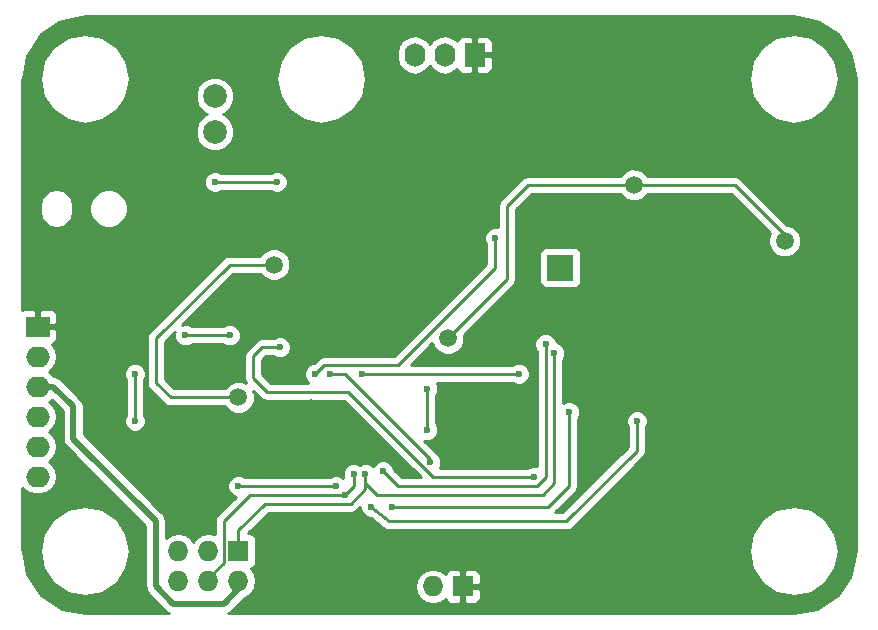
<source format=gbr>
G04 #@! TF.FileFunction,Copper,L2,Bot,Signal*
%FSLAX46Y46*%
G04 Gerber Fmt 4.6, Leading zero omitted, Abs format (unit mm)*
G04 Created by KiCad (PCBNEW 4.0.2-4+6225~38~ubuntu14.04.1-stable) date Tue 29 Mar 2016 01:16:37 BST*
%MOMM*%
G01*
G04 APERTURE LIST*
%ADD10C,0.100000*%
%ADD11R,1.727200X1.727200*%
%ADD12O,1.727200X1.727200*%
%ADD13R,2.000000X1.727200*%
%ADD14O,2.000000X1.750000*%
%ADD15R,1.750000X2.000000*%
%ADD16O,1.750000X2.000000*%
%ADD17R,2.235200X2.235200*%
%ADD18C,2.000000*%
%ADD19C,1.500000*%
%ADD20C,0.600000*%
%ADD21C,0.500000*%
%ADD22C,0.250000*%
%ADD23C,0.254000*%
G04 APERTURE END LIST*
D10*
D11*
X76000000Y-178000000D03*
D12*
X73460000Y-178000000D03*
D13*
X40000000Y-156000000D03*
D14*
X40000000Y-158540000D03*
X40000000Y-161080000D03*
X40000000Y-163620000D03*
X40000000Y-166160000D03*
X40000000Y-168700000D03*
D11*
X57000000Y-175000000D03*
D12*
X57000000Y-177540000D03*
X54460000Y-175000000D03*
X54460000Y-177540000D03*
X51920000Y-175000000D03*
X51920000Y-177540000D03*
D15*
X77000000Y-133000000D03*
D16*
X74460000Y-133000000D03*
X71920000Y-133000000D03*
D17*
X84250000Y-151000000D03*
D18*
X55000000Y-136500000D03*
X55000000Y-139500000D03*
D19*
X63150000Y-162900000D03*
X66250000Y-163750000D03*
X48250000Y-178500000D03*
X72250000Y-145750000D03*
X75250000Y-161500000D03*
X83000000Y-155000000D03*
X87000000Y-146000000D03*
X51000000Y-164000000D03*
D20*
X48250000Y-160000000D03*
X48250000Y-164000000D03*
D19*
X57000000Y-162000000D03*
X60000000Y-150750000D03*
X74750000Y-157000000D03*
X90500000Y-144000000D03*
X103250000Y-148750000D03*
D20*
X55000000Y-143750000D03*
X60250000Y-143750000D03*
X64750000Y-160000000D03*
X73250000Y-167500000D03*
X78750000Y-148500000D03*
X63500000Y-160000000D03*
X67500000Y-160000000D03*
X80750000Y-160000000D03*
X70000000Y-171250000D03*
X85000000Y-163250000D03*
X90750000Y-164000000D03*
X68250000Y-171250000D03*
X66000000Y-170250000D03*
X66750000Y-168500000D03*
X83750000Y-158250000D03*
X67750000Y-168500000D03*
X57000000Y-169500000D03*
X65250000Y-169500000D03*
X69250000Y-168250000D03*
X83000000Y-157500000D03*
X73000000Y-161250000D03*
X73000000Y-164750000D03*
X56250000Y-156750000D03*
X52500000Y-156750000D03*
X60500000Y-157750000D03*
X82000000Y-168750000D03*
D21*
X50000000Y-172500000D02*
X43000000Y-165500000D01*
X41330000Y-161080000D02*
X40000000Y-161080000D01*
X43000000Y-162750000D02*
X41330000Y-161080000D01*
X43000000Y-165500000D02*
X43000000Y-162750000D01*
X57000000Y-178250000D02*
X55750000Y-179500000D01*
X55750000Y-179500000D02*
X51500000Y-179500000D01*
X51500000Y-179500000D02*
X50000000Y-178000000D01*
X50000000Y-178000000D02*
X50000000Y-172500000D01*
X50000000Y-172500000D02*
X50000000Y-172450000D01*
X57000000Y-177540000D02*
X57000000Y-178250000D01*
D22*
X65500000Y-163000000D02*
X63500000Y-163000000D01*
X63150000Y-162900000D02*
X63250000Y-163000000D01*
X63250000Y-163000000D02*
X63500000Y-163000000D01*
X66250000Y-163750000D02*
X65500000Y-163000000D01*
X48250000Y-164000000D02*
X48250000Y-160000000D01*
X57000000Y-162000000D02*
X51250000Y-162000000D01*
X51250000Y-162000000D02*
X50000000Y-160750000D01*
X50000000Y-160750000D02*
X50000000Y-157000000D01*
X50000000Y-157000000D02*
X56250000Y-150750000D01*
X56250000Y-150750000D02*
X60000000Y-150750000D01*
X81500000Y-144000000D02*
X90500000Y-144000000D01*
X79750000Y-145750000D02*
X81500000Y-144000000D01*
X79750000Y-152000000D02*
X79750000Y-145750000D01*
X74750000Y-157000000D02*
X79750000Y-152000000D01*
X90500000Y-144000000D02*
X99000000Y-144000000D01*
X99000000Y-144000000D02*
X103250000Y-148250000D01*
X103250000Y-148250000D02*
X103250000Y-148750000D01*
X60250000Y-143750000D02*
X55000000Y-143750000D01*
X66250000Y-160250000D02*
X73250000Y-167250000D01*
X73250000Y-167250000D02*
X73250000Y-167500000D01*
X66000000Y-160000000D02*
X66250000Y-160250000D01*
X64750000Y-160000000D02*
X66000000Y-160000000D01*
X78750000Y-148500000D02*
X78750000Y-151000000D01*
X78750000Y-151000000D02*
X70500000Y-159250000D01*
X64250000Y-159250000D02*
X70500000Y-159250000D01*
X63500000Y-160000000D02*
X64250000Y-159250000D01*
X67500000Y-160000000D02*
X80750000Y-160000000D01*
X83250000Y-171250000D02*
X70000000Y-171250000D01*
X85000000Y-169500000D02*
X83250000Y-171250000D01*
X85000000Y-163250000D02*
X85000000Y-169500000D01*
X68250000Y-171250000D02*
X69750000Y-172500000D01*
X69750000Y-172500000D02*
X84750000Y-172500000D01*
X84750000Y-172500000D02*
X90750000Y-166500000D01*
X90750000Y-166500000D02*
X90750000Y-164000000D01*
X54460000Y-177540000D02*
X54460000Y-177290000D01*
X54460000Y-177290000D02*
X55750000Y-176000000D01*
X58000000Y-170250000D02*
X66000000Y-170250000D01*
X55750000Y-172500000D02*
X58000000Y-170250000D01*
X55750000Y-176000000D02*
X55750000Y-172500000D01*
X66000000Y-170250000D02*
X66750000Y-169500000D01*
X66750000Y-169500000D02*
X66750000Y-168500000D01*
X67750000Y-169250000D02*
X68750000Y-170250000D01*
X68750000Y-170250000D02*
X82750000Y-170250000D01*
X82750000Y-170250000D02*
X83750000Y-169250000D01*
X83750000Y-169250000D02*
X83750000Y-158250000D01*
X67750000Y-169250000D02*
X67750000Y-168500000D01*
X57000000Y-175000000D02*
X57000000Y-173250000D01*
X57000000Y-173250000D02*
X59250000Y-171000000D01*
X59250000Y-171000000D02*
X66500000Y-171000000D01*
X66500000Y-171000000D02*
X67750000Y-169750000D01*
X67750000Y-169750000D02*
X67750000Y-168500000D01*
X65250000Y-169500000D02*
X57000000Y-169500000D01*
X83000000Y-168750000D02*
X83000000Y-157500000D01*
X82250000Y-169500000D02*
X83000000Y-168750000D01*
X70500000Y-169500000D02*
X82250000Y-169500000D01*
X70500000Y-169500000D02*
X69250000Y-168250000D01*
X73000000Y-164750000D02*
X73000000Y-161250000D01*
X52500000Y-156750000D02*
X56250000Y-156750000D01*
X73500000Y-168750000D02*
X82000000Y-168750000D01*
X58250000Y-158500000D02*
X59000000Y-157750000D01*
X59000000Y-157750000D02*
X60500000Y-157750000D01*
X66250000Y-161500000D02*
X73500000Y-168750000D01*
X59400000Y-161500000D02*
X66250000Y-161500000D01*
X58250000Y-160350000D02*
X59400000Y-161500000D01*
X58250000Y-159750000D02*
X58250000Y-160350000D01*
X58250000Y-159750000D02*
X58250000Y-158500000D01*
D23*
G36*
X42115000Y-163116579D02*
X42115000Y-165499995D01*
X42114999Y-165500000D01*
X42151831Y-165685162D01*
X42182367Y-165838675D01*
X42265170Y-165962599D01*
X42374210Y-166125790D01*
X49115000Y-172866579D01*
X49115000Y-177999995D01*
X49114999Y-178000000D01*
X49143414Y-178142848D01*
X49182367Y-178338675D01*
X49321086Y-178546284D01*
X49374210Y-178625790D01*
X50874208Y-180125787D01*
X50874210Y-180125790D01*
X51119969Y-180290000D01*
X44069931Y-180290000D01*
X42067273Y-179891646D01*
X41826340Y-179771180D01*
X40269241Y-178730760D01*
X39228819Y-177173658D01*
X39108353Y-176932725D01*
X38723911Y-175000000D01*
X40190000Y-175000000D01*
X40480019Y-176458024D01*
X41305923Y-177694077D01*
X42541976Y-178519981D01*
X44000000Y-178810000D01*
X45458024Y-178519981D01*
X46694077Y-177694077D01*
X47519981Y-176458024D01*
X47810000Y-175000000D01*
X47519981Y-173541976D01*
X46694077Y-172305923D01*
X45458024Y-171480019D01*
X44000000Y-171190000D01*
X42541976Y-171480019D01*
X41305923Y-172305923D01*
X40480019Y-173541976D01*
X40190000Y-175000000D01*
X38723911Y-175000000D01*
X38710000Y-174930069D01*
X38710000Y-169670097D01*
X38775237Y-169767731D01*
X39265116Y-170095058D01*
X39842968Y-170210000D01*
X40157032Y-170210000D01*
X40734884Y-170095058D01*
X41224763Y-169767731D01*
X41552090Y-169277852D01*
X41667032Y-168700000D01*
X41552090Y-168122148D01*
X41224763Y-167632269D01*
X40922046Y-167430000D01*
X41224763Y-167227731D01*
X41552090Y-166737852D01*
X41667032Y-166160000D01*
X41552090Y-165582148D01*
X41224763Y-165092269D01*
X40922046Y-164890000D01*
X41224763Y-164687731D01*
X41552090Y-164197852D01*
X41667032Y-163620000D01*
X41552090Y-163042148D01*
X41224763Y-162552269D01*
X40922046Y-162350000D01*
X41177639Y-162179218D01*
X42115000Y-163116579D01*
X42115000Y-163116579D01*
G37*
X42115000Y-163116579D02*
X42115000Y-165499995D01*
X42114999Y-165500000D01*
X42151831Y-165685162D01*
X42182367Y-165838675D01*
X42265170Y-165962599D01*
X42374210Y-166125790D01*
X49115000Y-172866579D01*
X49115000Y-177999995D01*
X49114999Y-178000000D01*
X49143414Y-178142848D01*
X49182367Y-178338675D01*
X49321086Y-178546284D01*
X49374210Y-178625790D01*
X50874208Y-180125787D01*
X50874210Y-180125790D01*
X51119969Y-180290000D01*
X44069931Y-180290000D01*
X42067273Y-179891646D01*
X41826340Y-179771180D01*
X40269241Y-178730760D01*
X39228819Y-177173658D01*
X39108353Y-176932725D01*
X38723911Y-175000000D01*
X40190000Y-175000000D01*
X40480019Y-176458024D01*
X41305923Y-177694077D01*
X42541976Y-178519981D01*
X44000000Y-178810000D01*
X45458024Y-178519981D01*
X46694077Y-177694077D01*
X47519981Y-176458024D01*
X47810000Y-175000000D01*
X47519981Y-173541976D01*
X46694077Y-172305923D01*
X45458024Y-171480019D01*
X44000000Y-171190000D01*
X42541976Y-171480019D01*
X41305923Y-172305923D01*
X40480019Y-173541976D01*
X40190000Y-175000000D01*
X38723911Y-175000000D01*
X38710000Y-174930069D01*
X38710000Y-169670097D01*
X38775237Y-169767731D01*
X39265116Y-170095058D01*
X39842968Y-170210000D01*
X40157032Y-170210000D01*
X40734884Y-170095058D01*
X41224763Y-169767731D01*
X41552090Y-169277852D01*
X41667032Y-168700000D01*
X41552090Y-168122148D01*
X41224763Y-167632269D01*
X40922046Y-167430000D01*
X41224763Y-167227731D01*
X41552090Y-166737852D01*
X41667032Y-166160000D01*
X41552090Y-165582148D01*
X41224763Y-165092269D01*
X40922046Y-164890000D01*
X41224763Y-164687731D01*
X41552090Y-164197852D01*
X41667032Y-163620000D01*
X41552090Y-163042148D01*
X41224763Y-162552269D01*
X40922046Y-162350000D01*
X41177639Y-162179218D01*
X42115000Y-163116579D01*
G36*
X105932725Y-130108353D02*
X106173658Y-130228819D01*
X107730760Y-131269241D01*
X108771180Y-132826340D01*
X108891646Y-133067273D01*
X109290000Y-135069931D01*
X109290000Y-174930069D01*
X108891646Y-176932727D01*
X108771180Y-177173660D01*
X107730760Y-178730759D01*
X106019072Y-179874472D01*
X103930069Y-180290000D01*
X56130031Y-180290000D01*
X56375790Y-180125790D01*
X56375791Y-180125789D01*
X57541289Y-178960290D01*
X57573489Y-178953885D01*
X58059670Y-178629029D01*
X58384526Y-178142848D01*
X58412940Y-178000000D01*
X71932041Y-178000000D01*
X72046115Y-178573489D01*
X72370971Y-179059670D01*
X72857152Y-179384526D01*
X73430641Y-179498600D01*
X73489359Y-179498600D01*
X74062848Y-179384526D01*
X74534356Y-179069474D01*
X74598073Y-179223299D01*
X74776702Y-179401927D01*
X75010091Y-179498600D01*
X75714250Y-179498600D01*
X75873000Y-179339850D01*
X75873000Y-178127000D01*
X76127000Y-178127000D01*
X76127000Y-179339850D01*
X76285750Y-179498600D01*
X76989909Y-179498600D01*
X77223298Y-179401927D01*
X77401927Y-179223299D01*
X77498600Y-178989910D01*
X77498600Y-178285750D01*
X77339850Y-178127000D01*
X76127000Y-178127000D01*
X75873000Y-178127000D01*
X75853000Y-178127000D01*
X75853000Y-177873000D01*
X75873000Y-177873000D01*
X75873000Y-176660150D01*
X76127000Y-176660150D01*
X76127000Y-177873000D01*
X77339850Y-177873000D01*
X77498600Y-177714250D01*
X77498600Y-177010090D01*
X77401927Y-176776701D01*
X77223298Y-176598073D01*
X76989909Y-176501400D01*
X76285750Y-176501400D01*
X76127000Y-176660150D01*
X75873000Y-176660150D01*
X75714250Y-176501400D01*
X75010091Y-176501400D01*
X74776702Y-176598073D01*
X74598073Y-176776701D01*
X74534356Y-176930526D01*
X74062848Y-176615474D01*
X73489359Y-176501400D01*
X73430641Y-176501400D01*
X72857152Y-176615474D01*
X72370971Y-176940330D01*
X72046115Y-177426511D01*
X71932041Y-178000000D01*
X58412940Y-178000000D01*
X58498600Y-177569359D01*
X58498600Y-177510641D01*
X58384526Y-176937152D01*
X58073426Y-176471558D01*
X58098917Y-176466762D01*
X58315041Y-176327690D01*
X58460031Y-176115490D01*
X58511040Y-175863600D01*
X58511040Y-175000000D01*
X100190000Y-175000000D01*
X100480019Y-176458024D01*
X101305923Y-177694077D01*
X102541976Y-178519981D01*
X104000000Y-178810000D01*
X105458024Y-178519981D01*
X106694077Y-177694077D01*
X107519981Y-176458024D01*
X107810000Y-175000000D01*
X107519981Y-173541976D01*
X106694077Y-172305923D01*
X105458024Y-171480019D01*
X104000000Y-171190000D01*
X102541976Y-171480019D01*
X101305923Y-172305923D01*
X100480019Y-173541976D01*
X100190000Y-175000000D01*
X58511040Y-175000000D01*
X58511040Y-174136400D01*
X58466762Y-173901083D01*
X58327690Y-173684959D01*
X58115490Y-173539969D01*
X57863600Y-173488960D01*
X57835842Y-173488960D01*
X59564802Y-171760000D01*
X66500000Y-171760000D01*
X66790839Y-171702148D01*
X67037401Y-171537401D01*
X67314991Y-171259811D01*
X67314838Y-171435167D01*
X67456883Y-171778943D01*
X67719673Y-172042192D01*
X68063201Y-172184838D01*
X68184775Y-172184944D01*
X69263460Y-173083848D01*
X69363994Y-173138559D01*
X69459161Y-173202148D01*
X69493328Y-173208944D01*
X69523924Y-173225595D01*
X69637734Y-173237669D01*
X69750000Y-173260000D01*
X84750000Y-173260000D01*
X85040839Y-173202148D01*
X85287401Y-173037401D01*
X91287401Y-167037401D01*
X91452148Y-166790840D01*
X91510000Y-166500000D01*
X91510000Y-164562463D01*
X91542192Y-164530327D01*
X91684838Y-164186799D01*
X91685162Y-163814833D01*
X91543117Y-163471057D01*
X91280327Y-163207808D01*
X90936799Y-163065162D01*
X90564833Y-163064838D01*
X90221057Y-163206883D01*
X89957808Y-163469673D01*
X89815162Y-163813201D01*
X89814838Y-164185167D01*
X89956883Y-164528943D01*
X89990000Y-164562118D01*
X89990000Y-166185198D01*
X84435198Y-171740000D01*
X83834802Y-171740000D01*
X85537401Y-170037401D01*
X85702148Y-169790839D01*
X85760000Y-169500000D01*
X85760000Y-163812463D01*
X85792192Y-163780327D01*
X85934838Y-163436799D01*
X85935162Y-163064833D01*
X85793117Y-162721057D01*
X85530327Y-162457808D01*
X85186799Y-162315162D01*
X84814833Y-162314838D01*
X84510000Y-162440792D01*
X84510000Y-158812463D01*
X84542192Y-158780327D01*
X84684838Y-158436799D01*
X84685162Y-158064833D01*
X84543117Y-157721057D01*
X84280327Y-157457808D01*
X83936799Y-157315162D01*
X83935162Y-157315161D01*
X83935162Y-157314833D01*
X83793117Y-156971057D01*
X83530327Y-156707808D01*
X83186799Y-156565162D01*
X82814833Y-156564838D01*
X82471057Y-156706883D01*
X82207808Y-156969673D01*
X82065162Y-157313201D01*
X82064838Y-157685167D01*
X82206883Y-158028943D01*
X82240000Y-158062118D01*
X82240000Y-167837253D01*
X82186799Y-167815162D01*
X81814833Y-167814838D01*
X81471057Y-167956883D01*
X81437882Y-167990000D01*
X74058937Y-167990000D01*
X74184838Y-167686799D01*
X74185162Y-167314833D01*
X74043117Y-166971057D01*
X73792039Y-166719541D01*
X73787401Y-166712599D01*
X72721606Y-165646804D01*
X72813201Y-165684838D01*
X73185167Y-165685162D01*
X73528943Y-165543117D01*
X73792192Y-165280327D01*
X73934838Y-164936799D01*
X73935162Y-164564833D01*
X73793117Y-164221057D01*
X73760000Y-164187882D01*
X73760000Y-161812463D01*
X73792192Y-161780327D01*
X73934838Y-161436799D01*
X73935162Y-161064833D01*
X73809208Y-160760000D01*
X80187537Y-160760000D01*
X80219673Y-160792192D01*
X80563201Y-160934838D01*
X80935167Y-160935162D01*
X81278943Y-160793117D01*
X81542192Y-160530327D01*
X81684838Y-160186799D01*
X81685162Y-159814833D01*
X81543117Y-159471057D01*
X81280327Y-159207808D01*
X80936799Y-159065162D01*
X80564833Y-159064838D01*
X80221057Y-159206883D01*
X80187882Y-159240000D01*
X71584802Y-159240000D01*
X73419072Y-157405730D01*
X73575169Y-157783515D01*
X73964436Y-158173461D01*
X74473298Y-158384759D01*
X75024285Y-158385240D01*
X75533515Y-158174831D01*
X75923461Y-157785564D01*
X76134759Y-157276702D01*
X76135240Y-156725715D01*
X76124670Y-156700132D01*
X80287401Y-152537401D01*
X80452148Y-152290839D01*
X80510000Y-152000000D01*
X80510000Y-149882400D01*
X82484960Y-149882400D01*
X82484960Y-152117600D01*
X82529238Y-152352917D01*
X82668310Y-152569041D01*
X82880510Y-152714031D01*
X83132400Y-152765040D01*
X85367600Y-152765040D01*
X85602917Y-152720762D01*
X85819041Y-152581690D01*
X85964031Y-152369490D01*
X86015040Y-152117600D01*
X86015040Y-149882400D01*
X85970762Y-149647083D01*
X85831690Y-149430959D01*
X85619490Y-149285969D01*
X85367600Y-149234960D01*
X83132400Y-149234960D01*
X82897083Y-149279238D01*
X82680959Y-149418310D01*
X82535969Y-149630510D01*
X82484960Y-149882400D01*
X80510000Y-149882400D01*
X80510000Y-146064802D01*
X81814802Y-144760000D01*
X89315453Y-144760000D01*
X89325169Y-144783515D01*
X89714436Y-145173461D01*
X90223298Y-145384759D01*
X90774285Y-145385240D01*
X91283515Y-145174831D01*
X91673461Y-144785564D01*
X91684076Y-144760000D01*
X98685198Y-144760000D01*
X102021700Y-148096502D01*
X101865241Y-148473298D01*
X101864760Y-149024285D01*
X102075169Y-149533515D01*
X102464436Y-149923461D01*
X102973298Y-150134759D01*
X103524285Y-150135240D01*
X104033515Y-149924831D01*
X104423461Y-149535564D01*
X104634759Y-149026702D01*
X104635240Y-148475715D01*
X104424831Y-147966485D01*
X104035564Y-147576539D01*
X103526702Y-147365241D01*
X103439967Y-147365165D01*
X99537401Y-143462599D01*
X99290839Y-143297852D01*
X99000000Y-143240000D01*
X91684547Y-143240000D01*
X91674831Y-143216485D01*
X91285564Y-142826539D01*
X90776702Y-142615241D01*
X90225715Y-142614760D01*
X89716485Y-142825169D01*
X89326539Y-143214436D01*
X89315924Y-143240000D01*
X81500000Y-143240000D01*
X81209161Y-143297852D01*
X80962599Y-143462599D01*
X79212599Y-145212599D01*
X79047852Y-145459161D01*
X78990000Y-145750000D01*
X78990000Y-147587253D01*
X78936799Y-147565162D01*
X78564833Y-147564838D01*
X78221057Y-147706883D01*
X77957808Y-147969673D01*
X77815162Y-148313201D01*
X77814838Y-148685167D01*
X77956883Y-149028943D01*
X77990000Y-149062118D01*
X77990000Y-150685198D01*
X70185198Y-158490000D01*
X64250000Y-158490000D01*
X63959160Y-158547852D01*
X63712599Y-158712599D01*
X63360320Y-159064878D01*
X63314833Y-159064838D01*
X62971057Y-159206883D01*
X62707808Y-159469673D01*
X62565162Y-159813201D01*
X62564838Y-160185167D01*
X62706883Y-160528943D01*
X62917572Y-160740000D01*
X59714802Y-160740000D01*
X59010000Y-160035198D01*
X59010000Y-158814802D01*
X59314802Y-158510000D01*
X59937537Y-158510000D01*
X59969673Y-158542192D01*
X60313201Y-158684838D01*
X60685167Y-158685162D01*
X61028943Y-158543117D01*
X61292192Y-158280327D01*
X61434838Y-157936799D01*
X61435162Y-157564833D01*
X61293117Y-157221057D01*
X61030327Y-156957808D01*
X60686799Y-156815162D01*
X60314833Y-156814838D01*
X59971057Y-156956883D01*
X59937882Y-156990000D01*
X59000000Y-156990000D01*
X58709160Y-157047852D01*
X58462599Y-157212599D01*
X57712599Y-157962599D01*
X57547852Y-158209161D01*
X57490000Y-158500000D01*
X57490000Y-160350000D01*
X57547852Y-160640839D01*
X57628299Y-160761237D01*
X57276702Y-160615241D01*
X56725715Y-160614760D01*
X56216485Y-160825169D01*
X55826539Y-161214436D01*
X55815924Y-161240000D01*
X51564802Y-161240000D01*
X50760000Y-160435198D01*
X50760000Y-157314802D01*
X51603196Y-156471606D01*
X51565162Y-156563201D01*
X51564838Y-156935167D01*
X51706883Y-157278943D01*
X51969673Y-157542192D01*
X52313201Y-157684838D01*
X52685167Y-157685162D01*
X53028943Y-157543117D01*
X53062118Y-157510000D01*
X55687537Y-157510000D01*
X55719673Y-157542192D01*
X56063201Y-157684838D01*
X56435167Y-157685162D01*
X56778943Y-157543117D01*
X57042192Y-157280327D01*
X57184838Y-156936799D01*
X57185162Y-156564833D01*
X57043117Y-156221057D01*
X56780327Y-155957808D01*
X56436799Y-155815162D01*
X56064833Y-155814838D01*
X55721057Y-155956883D01*
X55687882Y-155990000D01*
X53062463Y-155990000D01*
X53030327Y-155957808D01*
X52686799Y-155815162D01*
X52314833Y-155814838D01*
X52221329Y-155853473D01*
X56564802Y-151510000D01*
X58815453Y-151510000D01*
X58825169Y-151533515D01*
X59214436Y-151923461D01*
X59723298Y-152134759D01*
X60274285Y-152135240D01*
X60783515Y-151924831D01*
X61173461Y-151535564D01*
X61384759Y-151026702D01*
X61385240Y-150475715D01*
X61174831Y-149966485D01*
X60785564Y-149576539D01*
X60276702Y-149365241D01*
X59725715Y-149364760D01*
X59216485Y-149575169D01*
X58826539Y-149964436D01*
X58815924Y-149990000D01*
X56250000Y-149990000D01*
X55959161Y-150047852D01*
X55712599Y-150212599D01*
X49462599Y-156462599D01*
X49297852Y-156709161D01*
X49240000Y-157000000D01*
X49240000Y-160750000D01*
X49297852Y-161040839D01*
X49462599Y-161287401D01*
X50712599Y-162537401D01*
X50959161Y-162702148D01*
X51250000Y-162760000D01*
X55815453Y-162760000D01*
X55825169Y-162783515D01*
X56214436Y-163173461D01*
X56723298Y-163384759D01*
X57274285Y-163385240D01*
X57783515Y-163174831D01*
X58173461Y-162785564D01*
X58384759Y-162276702D01*
X58385240Y-161725715D01*
X58268585Y-161443387D01*
X58862599Y-162037401D01*
X59109161Y-162202148D01*
X59400000Y-162260000D01*
X65935198Y-162260000D01*
X72415198Y-168740000D01*
X70814802Y-168740000D01*
X70185122Y-168110320D01*
X70185162Y-168064833D01*
X70043117Y-167721057D01*
X69780327Y-167457808D01*
X69436799Y-167315162D01*
X69064833Y-167314838D01*
X68721057Y-167456883D01*
X68457808Y-167719673D01*
X68409149Y-167836855D01*
X68280327Y-167707808D01*
X67936799Y-167565162D01*
X67564833Y-167564838D01*
X67249649Y-167695069D01*
X66936799Y-167565162D01*
X66564833Y-167564838D01*
X66221057Y-167706883D01*
X65957808Y-167969673D01*
X65815162Y-168313201D01*
X65814838Y-168685167D01*
X65855173Y-168782784D01*
X65780327Y-168707808D01*
X65436799Y-168565162D01*
X65064833Y-168564838D01*
X64721057Y-168706883D01*
X64687882Y-168740000D01*
X57562463Y-168740000D01*
X57530327Y-168707808D01*
X57186799Y-168565162D01*
X56814833Y-168564838D01*
X56471057Y-168706883D01*
X56207808Y-168969673D01*
X56065162Y-169313201D01*
X56064838Y-169685167D01*
X56206883Y-170028943D01*
X56469673Y-170292192D01*
X56761732Y-170413466D01*
X55212599Y-171962599D01*
X55047852Y-172209161D01*
X54990000Y-172500000D01*
X54990000Y-173577465D01*
X54460000Y-173472041D01*
X53886511Y-173586115D01*
X53400330Y-173910971D01*
X53190000Y-174225752D01*
X52979670Y-173910971D01*
X52493489Y-173586115D01*
X51920000Y-173472041D01*
X51346511Y-173586115D01*
X50885000Y-173894487D01*
X50885000Y-172500005D01*
X50885001Y-172500000D01*
X50885000Y-172499995D01*
X50885000Y-172450000D01*
X50817633Y-172111325D01*
X50625790Y-171824210D01*
X50475105Y-171723526D01*
X43885000Y-165133420D01*
X43885000Y-162750005D01*
X43885001Y-162750000D01*
X43817633Y-162411326D01*
X43817633Y-162411325D01*
X43625790Y-162124210D01*
X43625787Y-162124208D01*
X41955790Y-160454210D01*
X41952704Y-160452148D01*
X41668675Y-160262367D01*
X41606502Y-160250000D01*
X41349444Y-160198867D01*
X41340290Y-160185167D01*
X47314838Y-160185167D01*
X47456883Y-160528943D01*
X47490000Y-160562118D01*
X47490000Y-163437537D01*
X47457808Y-163469673D01*
X47315162Y-163813201D01*
X47314838Y-164185167D01*
X47456883Y-164528943D01*
X47719673Y-164792192D01*
X48063201Y-164934838D01*
X48435167Y-164935162D01*
X48778943Y-164793117D01*
X49042192Y-164530327D01*
X49184838Y-164186799D01*
X49185162Y-163814833D01*
X49043117Y-163471057D01*
X49010000Y-163437882D01*
X49010000Y-160562463D01*
X49042192Y-160530327D01*
X49184838Y-160186799D01*
X49185162Y-159814833D01*
X49043117Y-159471057D01*
X48780327Y-159207808D01*
X48436799Y-159065162D01*
X48064833Y-159064838D01*
X47721057Y-159206883D01*
X47457808Y-159469673D01*
X47315162Y-159813201D01*
X47314838Y-160185167D01*
X41340290Y-160185167D01*
X41224763Y-160012269D01*
X40922046Y-159810000D01*
X41224763Y-159607731D01*
X41552090Y-159117852D01*
X41667032Y-158540000D01*
X41552090Y-157962148D01*
X41224763Y-157472269D01*
X41211413Y-157463349D01*
X41359698Y-157401927D01*
X41538327Y-157223299D01*
X41635000Y-156989910D01*
X41635000Y-156285750D01*
X41476250Y-156127000D01*
X40127000Y-156127000D01*
X40127000Y-156147000D01*
X39873000Y-156147000D01*
X39873000Y-156127000D01*
X39853000Y-156127000D01*
X39853000Y-155873000D01*
X39873000Y-155873000D01*
X39873000Y-154660150D01*
X40127000Y-154660150D01*
X40127000Y-155873000D01*
X41476250Y-155873000D01*
X41635000Y-155714250D01*
X41635000Y-155010090D01*
X41538327Y-154776701D01*
X41359698Y-154598073D01*
X41126309Y-154501400D01*
X40285750Y-154501400D01*
X40127000Y-154660150D01*
X39873000Y-154660150D01*
X39714250Y-154501400D01*
X38873691Y-154501400D01*
X38710000Y-154569203D01*
X38710000Y-145717968D01*
X40215000Y-145717968D01*
X40215000Y-146282032D01*
X40320427Y-146812049D01*
X40620657Y-147261375D01*
X41069983Y-147561605D01*
X41600000Y-147667032D01*
X42130017Y-147561605D01*
X42579343Y-147261375D01*
X42879573Y-146812049D01*
X42976692Y-146323795D01*
X44364716Y-146323795D01*
X44613106Y-146924943D01*
X45072637Y-147385278D01*
X45673352Y-147634716D01*
X46323795Y-147635284D01*
X46924943Y-147386894D01*
X47385278Y-146927363D01*
X47634716Y-146326648D01*
X47635284Y-145676205D01*
X47386894Y-145075057D01*
X46927363Y-144614722D01*
X46326648Y-144365284D01*
X45676205Y-144364716D01*
X45075057Y-144613106D01*
X44614722Y-145072637D01*
X44365284Y-145673352D01*
X44364716Y-146323795D01*
X42976692Y-146323795D01*
X42985000Y-146282032D01*
X42985000Y-145717968D01*
X42879573Y-145187951D01*
X42579343Y-144738625D01*
X42130017Y-144438395D01*
X41600000Y-144332968D01*
X41069983Y-144438395D01*
X40620657Y-144738625D01*
X40320427Y-145187951D01*
X40215000Y-145717968D01*
X38710000Y-145717968D01*
X38710000Y-143935167D01*
X54064838Y-143935167D01*
X54206883Y-144278943D01*
X54469673Y-144542192D01*
X54813201Y-144684838D01*
X55185167Y-144685162D01*
X55528943Y-144543117D01*
X55562118Y-144510000D01*
X59687537Y-144510000D01*
X59719673Y-144542192D01*
X60063201Y-144684838D01*
X60435167Y-144685162D01*
X60778943Y-144543117D01*
X61042192Y-144280327D01*
X61184838Y-143936799D01*
X61185162Y-143564833D01*
X61043117Y-143221057D01*
X60780327Y-142957808D01*
X60436799Y-142815162D01*
X60064833Y-142814838D01*
X59721057Y-142956883D01*
X59687882Y-142990000D01*
X55562463Y-142990000D01*
X55530327Y-142957808D01*
X55186799Y-142815162D01*
X54814833Y-142814838D01*
X54471057Y-142956883D01*
X54207808Y-143219673D01*
X54065162Y-143563201D01*
X54064838Y-143935167D01*
X38710000Y-143935167D01*
X38710000Y-135069931D01*
X38723910Y-135000000D01*
X40190000Y-135000000D01*
X40480019Y-136458024D01*
X41305923Y-137694077D01*
X42541976Y-138519981D01*
X44000000Y-138810000D01*
X45458024Y-138519981D01*
X46694077Y-137694077D01*
X47275580Y-136823795D01*
X53364716Y-136823795D01*
X53613106Y-137424943D01*
X54072637Y-137885278D01*
X54348856Y-137999974D01*
X54075057Y-138113106D01*
X53614722Y-138572637D01*
X53365284Y-139173352D01*
X53364716Y-139823795D01*
X53613106Y-140424943D01*
X54072637Y-140885278D01*
X54673352Y-141134716D01*
X55323795Y-141135284D01*
X55924943Y-140886894D01*
X56385278Y-140427363D01*
X56634716Y-139826648D01*
X56635284Y-139176205D01*
X56386894Y-138575057D01*
X55927363Y-138114722D01*
X55651144Y-138000026D01*
X55924943Y-137886894D01*
X56385278Y-137427363D01*
X56634716Y-136826648D01*
X56635284Y-136176205D01*
X56386894Y-135575057D01*
X55927363Y-135114722D01*
X55651082Y-135000000D01*
X60190000Y-135000000D01*
X60480019Y-136458024D01*
X61305923Y-137694077D01*
X62541976Y-138519981D01*
X64000000Y-138810000D01*
X65458024Y-138519981D01*
X66694077Y-137694077D01*
X67519981Y-136458024D01*
X67810000Y-135000000D01*
X100190000Y-135000000D01*
X100480019Y-136458024D01*
X101305923Y-137694077D01*
X102541976Y-138519981D01*
X104000000Y-138810000D01*
X105458024Y-138519981D01*
X106694077Y-137694077D01*
X107519981Y-136458024D01*
X107810000Y-135000000D01*
X107519981Y-133541976D01*
X106694077Y-132305923D01*
X105458024Y-131480019D01*
X104000000Y-131190000D01*
X102541976Y-131480019D01*
X101305923Y-132305923D01*
X100480019Y-133541976D01*
X100190000Y-135000000D01*
X67810000Y-135000000D01*
X67519981Y-133541976D01*
X67052919Y-132842968D01*
X70410000Y-132842968D01*
X70410000Y-133157032D01*
X70524942Y-133734884D01*
X70852269Y-134224763D01*
X71342148Y-134552090D01*
X71920000Y-134667032D01*
X72497852Y-134552090D01*
X72987731Y-134224763D01*
X73190000Y-133922046D01*
X73392269Y-134224763D01*
X73882148Y-134552090D01*
X74460000Y-134667032D01*
X75037852Y-134552090D01*
X75527731Y-134224763D01*
X75529614Y-134221945D01*
X75586673Y-134359698D01*
X75765301Y-134538327D01*
X75998690Y-134635000D01*
X76714250Y-134635000D01*
X76873000Y-134476250D01*
X76873000Y-133127000D01*
X77127000Y-133127000D01*
X77127000Y-134476250D01*
X77285750Y-134635000D01*
X78001310Y-134635000D01*
X78234699Y-134538327D01*
X78413327Y-134359698D01*
X78510000Y-134126309D01*
X78510000Y-133285750D01*
X78351250Y-133127000D01*
X77127000Y-133127000D01*
X76873000Y-133127000D01*
X76853000Y-133127000D01*
X76853000Y-132873000D01*
X76873000Y-132873000D01*
X76873000Y-131523750D01*
X77127000Y-131523750D01*
X77127000Y-132873000D01*
X78351250Y-132873000D01*
X78510000Y-132714250D01*
X78510000Y-131873691D01*
X78413327Y-131640302D01*
X78234699Y-131461673D01*
X78001310Y-131365000D01*
X77285750Y-131365000D01*
X77127000Y-131523750D01*
X76873000Y-131523750D01*
X76714250Y-131365000D01*
X75998690Y-131365000D01*
X75765301Y-131461673D01*
X75586673Y-131640302D01*
X75529614Y-131778055D01*
X75527731Y-131775237D01*
X75037852Y-131447910D01*
X74460000Y-131332968D01*
X73882148Y-131447910D01*
X73392269Y-131775237D01*
X73190000Y-132077954D01*
X72987731Y-131775237D01*
X72497852Y-131447910D01*
X71920000Y-131332968D01*
X71342148Y-131447910D01*
X70852269Y-131775237D01*
X70524942Y-132265116D01*
X70410000Y-132842968D01*
X67052919Y-132842968D01*
X66694077Y-132305923D01*
X65458024Y-131480019D01*
X64000000Y-131190000D01*
X62541976Y-131480019D01*
X61305923Y-132305923D01*
X60480019Y-133541976D01*
X60190000Y-135000000D01*
X55651082Y-135000000D01*
X55326648Y-134865284D01*
X54676205Y-134864716D01*
X54075057Y-135113106D01*
X53614722Y-135572637D01*
X53365284Y-136173352D01*
X53364716Y-136823795D01*
X47275580Y-136823795D01*
X47519981Y-136458024D01*
X47810000Y-135000000D01*
X47519981Y-133541976D01*
X46694077Y-132305923D01*
X45458024Y-131480019D01*
X44000000Y-131190000D01*
X42541976Y-131480019D01*
X41305923Y-132305923D01*
X40480019Y-133541976D01*
X40190000Y-135000000D01*
X38723910Y-135000000D01*
X39108353Y-133067275D01*
X39228819Y-132826342D01*
X40269241Y-131269240D01*
X41826340Y-130228820D01*
X42067273Y-130108354D01*
X44069931Y-129710000D01*
X103930069Y-129710000D01*
X105932725Y-130108353D01*
X105932725Y-130108353D01*
G37*
X105932725Y-130108353D02*
X106173658Y-130228819D01*
X107730760Y-131269241D01*
X108771180Y-132826340D01*
X108891646Y-133067273D01*
X109290000Y-135069931D01*
X109290000Y-174930069D01*
X108891646Y-176932727D01*
X108771180Y-177173660D01*
X107730760Y-178730759D01*
X106019072Y-179874472D01*
X103930069Y-180290000D01*
X56130031Y-180290000D01*
X56375790Y-180125790D01*
X56375791Y-180125789D01*
X57541289Y-178960290D01*
X57573489Y-178953885D01*
X58059670Y-178629029D01*
X58384526Y-178142848D01*
X58412940Y-178000000D01*
X71932041Y-178000000D01*
X72046115Y-178573489D01*
X72370971Y-179059670D01*
X72857152Y-179384526D01*
X73430641Y-179498600D01*
X73489359Y-179498600D01*
X74062848Y-179384526D01*
X74534356Y-179069474D01*
X74598073Y-179223299D01*
X74776702Y-179401927D01*
X75010091Y-179498600D01*
X75714250Y-179498600D01*
X75873000Y-179339850D01*
X75873000Y-178127000D01*
X76127000Y-178127000D01*
X76127000Y-179339850D01*
X76285750Y-179498600D01*
X76989909Y-179498600D01*
X77223298Y-179401927D01*
X77401927Y-179223299D01*
X77498600Y-178989910D01*
X77498600Y-178285750D01*
X77339850Y-178127000D01*
X76127000Y-178127000D01*
X75873000Y-178127000D01*
X75853000Y-178127000D01*
X75853000Y-177873000D01*
X75873000Y-177873000D01*
X75873000Y-176660150D01*
X76127000Y-176660150D01*
X76127000Y-177873000D01*
X77339850Y-177873000D01*
X77498600Y-177714250D01*
X77498600Y-177010090D01*
X77401927Y-176776701D01*
X77223298Y-176598073D01*
X76989909Y-176501400D01*
X76285750Y-176501400D01*
X76127000Y-176660150D01*
X75873000Y-176660150D01*
X75714250Y-176501400D01*
X75010091Y-176501400D01*
X74776702Y-176598073D01*
X74598073Y-176776701D01*
X74534356Y-176930526D01*
X74062848Y-176615474D01*
X73489359Y-176501400D01*
X73430641Y-176501400D01*
X72857152Y-176615474D01*
X72370971Y-176940330D01*
X72046115Y-177426511D01*
X71932041Y-178000000D01*
X58412940Y-178000000D01*
X58498600Y-177569359D01*
X58498600Y-177510641D01*
X58384526Y-176937152D01*
X58073426Y-176471558D01*
X58098917Y-176466762D01*
X58315041Y-176327690D01*
X58460031Y-176115490D01*
X58511040Y-175863600D01*
X58511040Y-175000000D01*
X100190000Y-175000000D01*
X100480019Y-176458024D01*
X101305923Y-177694077D01*
X102541976Y-178519981D01*
X104000000Y-178810000D01*
X105458024Y-178519981D01*
X106694077Y-177694077D01*
X107519981Y-176458024D01*
X107810000Y-175000000D01*
X107519981Y-173541976D01*
X106694077Y-172305923D01*
X105458024Y-171480019D01*
X104000000Y-171190000D01*
X102541976Y-171480019D01*
X101305923Y-172305923D01*
X100480019Y-173541976D01*
X100190000Y-175000000D01*
X58511040Y-175000000D01*
X58511040Y-174136400D01*
X58466762Y-173901083D01*
X58327690Y-173684959D01*
X58115490Y-173539969D01*
X57863600Y-173488960D01*
X57835842Y-173488960D01*
X59564802Y-171760000D01*
X66500000Y-171760000D01*
X66790839Y-171702148D01*
X67037401Y-171537401D01*
X67314991Y-171259811D01*
X67314838Y-171435167D01*
X67456883Y-171778943D01*
X67719673Y-172042192D01*
X68063201Y-172184838D01*
X68184775Y-172184944D01*
X69263460Y-173083848D01*
X69363994Y-173138559D01*
X69459161Y-173202148D01*
X69493328Y-173208944D01*
X69523924Y-173225595D01*
X69637734Y-173237669D01*
X69750000Y-173260000D01*
X84750000Y-173260000D01*
X85040839Y-173202148D01*
X85287401Y-173037401D01*
X91287401Y-167037401D01*
X91452148Y-166790840D01*
X91510000Y-166500000D01*
X91510000Y-164562463D01*
X91542192Y-164530327D01*
X91684838Y-164186799D01*
X91685162Y-163814833D01*
X91543117Y-163471057D01*
X91280327Y-163207808D01*
X90936799Y-163065162D01*
X90564833Y-163064838D01*
X90221057Y-163206883D01*
X89957808Y-163469673D01*
X89815162Y-163813201D01*
X89814838Y-164185167D01*
X89956883Y-164528943D01*
X89990000Y-164562118D01*
X89990000Y-166185198D01*
X84435198Y-171740000D01*
X83834802Y-171740000D01*
X85537401Y-170037401D01*
X85702148Y-169790839D01*
X85760000Y-169500000D01*
X85760000Y-163812463D01*
X85792192Y-163780327D01*
X85934838Y-163436799D01*
X85935162Y-163064833D01*
X85793117Y-162721057D01*
X85530327Y-162457808D01*
X85186799Y-162315162D01*
X84814833Y-162314838D01*
X84510000Y-162440792D01*
X84510000Y-158812463D01*
X84542192Y-158780327D01*
X84684838Y-158436799D01*
X84685162Y-158064833D01*
X84543117Y-157721057D01*
X84280327Y-157457808D01*
X83936799Y-157315162D01*
X83935162Y-157315161D01*
X83935162Y-157314833D01*
X83793117Y-156971057D01*
X83530327Y-156707808D01*
X83186799Y-156565162D01*
X82814833Y-156564838D01*
X82471057Y-156706883D01*
X82207808Y-156969673D01*
X82065162Y-157313201D01*
X82064838Y-157685167D01*
X82206883Y-158028943D01*
X82240000Y-158062118D01*
X82240000Y-167837253D01*
X82186799Y-167815162D01*
X81814833Y-167814838D01*
X81471057Y-167956883D01*
X81437882Y-167990000D01*
X74058937Y-167990000D01*
X74184838Y-167686799D01*
X74185162Y-167314833D01*
X74043117Y-166971057D01*
X73792039Y-166719541D01*
X73787401Y-166712599D01*
X72721606Y-165646804D01*
X72813201Y-165684838D01*
X73185167Y-165685162D01*
X73528943Y-165543117D01*
X73792192Y-165280327D01*
X73934838Y-164936799D01*
X73935162Y-164564833D01*
X73793117Y-164221057D01*
X73760000Y-164187882D01*
X73760000Y-161812463D01*
X73792192Y-161780327D01*
X73934838Y-161436799D01*
X73935162Y-161064833D01*
X73809208Y-160760000D01*
X80187537Y-160760000D01*
X80219673Y-160792192D01*
X80563201Y-160934838D01*
X80935167Y-160935162D01*
X81278943Y-160793117D01*
X81542192Y-160530327D01*
X81684838Y-160186799D01*
X81685162Y-159814833D01*
X81543117Y-159471057D01*
X81280327Y-159207808D01*
X80936799Y-159065162D01*
X80564833Y-159064838D01*
X80221057Y-159206883D01*
X80187882Y-159240000D01*
X71584802Y-159240000D01*
X73419072Y-157405730D01*
X73575169Y-157783515D01*
X73964436Y-158173461D01*
X74473298Y-158384759D01*
X75024285Y-158385240D01*
X75533515Y-158174831D01*
X75923461Y-157785564D01*
X76134759Y-157276702D01*
X76135240Y-156725715D01*
X76124670Y-156700132D01*
X80287401Y-152537401D01*
X80452148Y-152290839D01*
X80510000Y-152000000D01*
X80510000Y-149882400D01*
X82484960Y-149882400D01*
X82484960Y-152117600D01*
X82529238Y-152352917D01*
X82668310Y-152569041D01*
X82880510Y-152714031D01*
X83132400Y-152765040D01*
X85367600Y-152765040D01*
X85602917Y-152720762D01*
X85819041Y-152581690D01*
X85964031Y-152369490D01*
X86015040Y-152117600D01*
X86015040Y-149882400D01*
X85970762Y-149647083D01*
X85831690Y-149430959D01*
X85619490Y-149285969D01*
X85367600Y-149234960D01*
X83132400Y-149234960D01*
X82897083Y-149279238D01*
X82680959Y-149418310D01*
X82535969Y-149630510D01*
X82484960Y-149882400D01*
X80510000Y-149882400D01*
X80510000Y-146064802D01*
X81814802Y-144760000D01*
X89315453Y-144760000D01*
X89325169Y-144783515D01*
X89714436Y-145173461D01*
X90223298Y-145384759D01*
X90774285Y-145385240D01*
X91283515Y-145174831D01*
X91673461Y-144785564D01*
X91684076Y-144760000D01*
X98685198Y-144760000D01*
X102021700Y-148096502D01*
X101865241Y-148473298D01*
X101864760Y-149024285D01*
X102075169Y-149533515D01*
X102464436Y-149923461D01*
X102973298Y-150134759D01*
X103524285Y-150135240D01*
X104033515Y-149924831D01*
X104423461Y-149535564D01*
X104634759Y-149026702D01*
X104635240Y-148475715D01*
X104424831Y-147966485D01*
X104035564Y-147576539D01*
X103526702Y-147365241D01*
X103439967Y-147365165D01*
X99537401Y-143462599D01*
X99290839Y-143297852D01*
X99000000Y-143240000D01*
X91684547Y-143240000D01*
X91674831Y-143216485D01*
X91285564Y-142826539D01*
X90776702Y-142615241D01*
X90225715Y-142614760D01*
X89716485Y-142825169D01*
X89326539Y-143214436D01*
X89315924Y-143240000D01*
X81500000Y-143240000D01*
X81209161Y-143297852D01*
X80962599Y-143462599D01*
X79212599Y-145212599D01*
X79047852Y-145459161D01*
X78990000Y-145750000D01*
X78990000Y-147587253D01*
X78936799Y-147565162D01*
X78564833Y-147564838D01*
X78221057Y-147706883D01*
X77957808Y-147969673D01*
X77815162Y-148313201D01*
X77814838Y-148685167D01*
X77956883Y-149028943D01*
X77990000Y-149062118D01*
X77990000Y-150685198D01*
X70185198Y-158490000D01*
X64250000Y-158490000D01*
X63959160Y-158547852D01*
X63712599Y-158712599D01*
X63360320Y-159064878D01*
X63314833Y-159064838D01*
X62971057Y-159206883D01*
X62707808Y-159469673D01*
X62565162Y-159813201D01*
X62564838Y-160185167D01*
X62706883Y-160528943D01*
X62917572Y-160740000D01*
X59714802Y-160740000D01*
X59010000Y-160035198D01*
X59010000Y-158814802D01*
X59314802Y-158510000D01*
X59937537Y-158510000D01*
X59969673Y-158542192D01*
X60313201Y-158684838D01*
X60685167Y-158685162D01*
X61028943Y-158543117D01*
X61292192Y-158280327D01*
X61434838Y-157936799D01*
X61435162Y-157564833D01*
X61293117Y-157221057D01*
X61030327Y-156957808D01*
X60686799Y-156815162D01*
X60314833Y-156814838D01*
X59971057Y-156956883D01*
X59937882Y-156990000D01*
X59000000Y-156990000D01*
X58709160Y-157047852D01*
X58462599Y-157212599D01*
X57712599Y-157962599D01*
X57547852Y-158209161D01*
X57490000Y-158500000D01*
X57490000Y-160350000D01*
X57547852Y-160640839D01*
X57628299Y-160761237D01*
X57276702Y-160615241D01*
X56725715Y-160614760D01*
X56216485Y-160825169D01*
X55826539Y-161214436D01*
X55815924Y-161240000D01*
X51564802Y-161240000D01*
X50760000Y-160435198D01*
X50760000Y-157314802D01*
X51603196Y-156471606D01*
X51565162Y-156563201D01*
X51564838Y-156935167D01*
X51706883Y-157278943D01*
X51969673Y-157542192D01*
X52313201Y-157684838D01*
X52685167Y-157685162D01*
X53028943Y-157543117D01*
X53062118Y-157510000D01*
X55687537Y-157510000D01*
X55719673Y-157542192D01*
X56063201Y-157684838D01*
X56435167Y-157685162D01*
X56778943Y-157543117D01*
X57042192Y-157280327D01*
X57184838Y-156936799D01*
X57185162Y-156564833D01*
X57043117Y-156221057D01*
X56780327Y-155957808D01*
X56436799Y-155815162D01*
X56064833Y-155814838D01*
X55721057Y-155956883D01*
X55687882Y-155990000D01*
X53062463Y-155990000D01*
X53030327Y-155957808D01*
X52686799Y-155815162D01*
X52314833Y-155814838D01*
X52221329Y-155853473D01*
X56564802Y-151510000D01*
X58815453Y-151510000D01*
X58825169Y-151533515D01*
X59214436Y-151923461D01*
X59723298Y-152134759D01*
X60274285Y-152135240D01*
X60783515Y-151924831D01*
X61173461Y-151535564D01*
X61384759Y-151026702D01*
X61385240Y-150475715D01*
X61174831Y-149966485D01*
X60785564Y-149576539D01*
X60276702Y-149365241D01*
X59725715Y-149364760D01*
X59216485Y-149575169D01*
X58826539Y-149964436D01*
X58815924Y-149990000D01*
X56250000Y-149990000D01*
X55959161Y-150047852D01*
X55712599Y-150212599D01*
X49462599Y-156462599D01*
X49297852Y-156709161D01*
X49240000Y-157000000D01*
X49240000Y-160750000D01*
X49297852Y-161040839D01*
X49462599Y-161287401D01*
X50712599Y-162537401D01*
X50959161Y-162702148D01*
X51250000Y-162760000D01*
X55815453Y-162760000D01*
X55825169Y-162783515D01*
X56214436Y-163173461D01*
X56723298Y-163384759D01*
X57274285Y-163385240D01*
X57783515Y-163174831D01*
X58173461Y-162785564D01*
X58384759Y-162276702D01*
X58385240Y-161725715D01*
X58268585Y-161443387D01*
X58862599Y-162037401D01*
X59109161Y-162202148D01*
X59400000Y-162260000D01*
X65935198Y-162260000D01*
X72415198Y-168740000D01*
X70814802Y-168740000D01*
X70185122Y-168110320D01*
X70185162Y-168064833D01*
X70043117Y-167721057D01*
X69780327Y-167457808D01*
X69436799Y-167315162D01*
X69064833Y-167314838D01*
X68721057Y-167456883D01*
X68457808Y-167719673D01*
X68409149Y-167836855D01*
X68280327Y-167707808D01*
X67936799Y-167565162D01*
X67564833Y-167564838D01*
X67249649Y-167695069D01*
X66936799Y-167565162D01*
X66564833Y-167564838D01*
X66221057Y-167706883D01*
X65957808Y-167969673D01*
X65815162Y-168313201D01*
X65814838Y-168685167D01*
X65855173Y-168782784D01*
X65780327Y-168707808D01*
X65436799Y-168565162D01*
X65064833Y-168564838D01*
X64721057Y-168706883D01*
X64687882Y-168740000D01*
X57562463Y-168740000D01*
X57530327Y-168707808D01*
X57186799Y-168565162D01*
X56814833Y-168564838D01*
X56471057Y-168706883D01*
X56207808Y-168969673D01*
X56065162Y-169313201D01*
X56064838Y-169685167D01*
X56206883Y-170028943D01*
X56469673Y-170292192D01*
X56761732Y-170413466D01*
X55212599Y-171962599D01*
X55047852Y-172209161D01*
X54990000Y-172500000D01*
X54990000Y-173577465D01*
X54460000Y-173472041D01*
X53886511Y-173586115D01*
X53400330Y-173910971D01*
X53190000Y-174225752D01*
X52979670Y-173910971D01*
X52493489Y-173586115D01*
X51920000Y-173472041D01*
X51346511Y-173586115D01*
X50885000Y-173894487D01*
X50885000Y-172500005D01*
X50885001Y-172500000D01*
X50885000Y-172499995D01*
X50885000Y-172450000D01*
X50817633Y-172111325D01*
X50625790Y-171824210D01*
X50475105Y-171723526D01*
X43885000Y-165133420D01*
X43885000Y-162750005D01*
X43885001Y-162750000D01*
X43817633Y-162411326D01*
X43817633Y-162411325D01*
X43625790Y-162124210D01*
X43625787Y-162124208D01*
X41955790Y-160454210D01*
X41952704Y-160452148D01*
X41668675Y-160262367D01*
X41606502Y-160250000D01*
X41349444Y-160198867D01*
X41340290Y-160185167D01*
X47314838Y-160185167D01*
X47456883Y-160528943D01*
X47490000Y-160562118D01*
X47490000Y-163437537D01*
X47457808Y-163469673D01*
X47315162Y-163813201D01*
X47314838Y-164185167D01*
X47456883Y-164528943D01*
X47719673Y-164792192D01*
X48063201Y-164934838D01*
X48435167Y-164935162D01*
X48778943Y-164793117D01*
X49042192Y-164530327D01*
X49184838Y-164186799D01*
X49185162Y-163814833D01*
X49043117Y-163471057D01*
X49010000Y-163437882D01*
X49010000Y-160562463D01*
X49042192Y-160530327D01*
X49184838Y-160186799D01*
X49185162Y-159814833D01*
X49043117Y-159471057D01*
X48780327Y-159207808D01*
X48436799Y-159065162D01*
X48064833Y-159064838D01*
X47721057Y-159206883D01*
X47457808Y-159469673D01*
X47315162Y-159813201D01*
X47314838Y-160185167D01*
X41340290Y-160185167D01*
X41224763Y-160012269D01*
X40922046Y-159810000D01*
X41224763Y-159607731D01*
X41552090Y-159117852D01*
X41667032Y-158540000D01*
X41552090Y-157962148D01*
X41224763Y-157472269D01*
X41211413Y-157463349D01*
X41359698Y-157401927D01*
X41538327Y-157223299D01*
X41635000Y-156989910D01*
X41635000Y-156285750D01*
X41476250Y-156127000D01*
X40127000Y-156127000D01*
X40127000Y-156147000D01*
X39873000Y-156147000D01*
X39873000Y-156127000D01*
X39853000Y-156127000D01*
X39853000Y-155873000D01*
X39873000Y-155873000D01*
X39873000Y-154660150D01*
X40127000Y-154660150D01*
X40127000Y-155873000D01*
X41476250Y-155873000D01*
X41635000Y-155714250D01*
X41635000Y-155010090D01*
X41538327Y-154776701D01*
X41359698Y-154598073D01*
X41126309Y-154501400D01*
X40285750Y-154501400D01*
X40127000Y-154660150D01*
X39873000Y-154660150D01*
X39714250Y-154501400D01*
X38873691Y-154501400D01*
X38710000Y-154569203D01*
X38710000Y-145717968D01*
X40215000Y-145717968D01*
X40215000Y-146282032D01*
X40320427Y-146812049D01*
X40620657Y-147261375D01*
X41069983Y-147561605D01*
X41600000Y-147667032D01*
X42130017Y-147561605D01*
X42579343Y-147261375D01*
X42879573Y-146812049D01*
X42976692Y-146323795D01*
X44364716Y-146323795D01*
X44613106Y-146924943D01*
X45072637Y-147385278D01*
X45673352Y-147634716D01*
X46323795Y-147635284D01*
X46924943Y-147386894D01*
X47385278Y-146927363D01*
X47634716Y-146326648D01*
X47635284Y-145676205D01*
X47386894Y-145075057D01*
X46927363Y-144614722D01*
X46326648Y-144365284D01*
X45676205Y-144364716D01*
X45075057Y-144613106D01*
X44614722Y-145072637D01*
X44365284Y-145673352D01*
X44364716Y-146323795D01*
X42976692Y-146323795D01*
X42985000Y-146282032D01*
X42985000Y-145717968D01*
X42879573Y-145187951D01*
X42579343Y-144738625D01*
X42130017Y-144438395D01*
X41600000Y-144332968D01*
X41069983Y-144438395D01*
X40620657Y-144738625D01*
X40320427Y-145187951D01*
X40215000Y-145717968D01*
X38710000Y-145717968D01*
X38710000Y-143935167D01*
X54064838Y-143935167D01*
X54206883Y-144278943D01*
X54469673Y-144542192D01*
X54813201Y-144684838D01*
X55185167Y-144685162D01*
X55528943Y-144543117D01*
X55562118Y-144510000D01*
X59687537Y-144510000D01*
X59719673Y-144542192D01*
X60063201Y-144684838D01*
X60435167Y-144685162D01*
X60778943Y-144543117D01*
X61042192Y-144280327D01*
X61184838Y-143936799D01*
X61185162Y-143564833D01*
X61043117Y-143221057D01*
X60780327Y-142957808D01*
X60436799Y-142815162D01*
X60064833Y-142814838D01*
X59721057Y-142956883D01*
X59687882Y-142990000D01*
X55562463Y-142990000D01*
X55530327Y-142957808D01*
X55186799Y-142815162D01*
X54814833Y-142814838D01*
X54471057Y-142956883D01*
X54207808Y-143219673D01*
X54065162Y-143563201D01*
X54064838Y-143935167D01*
X38710000Y-143935167D01*
X38710000Y-135069931D01*
X38723910Y-135000000D01*
X40190000Y-135000000D01*
X40480019Y-136458024D01*
X41305923Y-137694077D01*
X42541976Y-138519981D01*
X44000000Y-138810000D01*
X45458024Y-138519981D01*
X46694077Y-137694077D01*
X47275580Y-136823795D01*
X53364716Y-136823795D01*
X53613106Y-137424943D01*
X54072637Y-137885278D01*
X54348856Y-137999974D01*
X54075057Y-138113106D01*
X53614722Y-138572637D01*
X53365284Y-139173352D01*
X53364716Y-139823795D01*
X53613106Y-140424943D01*
X54072637Y-140885278D01*
X54673352Y-141134716D01*
X55323795Y-141135284D01*
X55924943Y-140886894D01*
X56385278Y-140427363D01*
X56634716Y-139826648D01*
X56635284Y-139176205D01*
X56386894Y-138575057D01*
X55927363Y-138114722D01*
X55651144Y-138000026D01*
X55924943Y-137886894D01*
X56385278Y-137427363D01*
X56634716Y-136826648D01*
X56635284Y-136176205D01*
X56386894Y-135575057D01*
X55927363Y-135114722D01*
X55651082Y-135000000D01*
X60190000Y-135000000D01*
X60480019Y-136458024D01*
X61305923Y-137694077D01*
X62541976Y-138519981D01*
X64000000Y-138810000D01*
X65458024Y-138519981D01*
X66694077Y-137694077D01*
X67519981Y-136458024D01*
X67810000Y-135000000D01*
X100190000Y-135000000D01*
X100480019Y-136458024D01*
X101305923Y-137694077D01*
X102541976Y-138519981D01*
X104000000Y-138810000D01*
X105458024Y-138519981D01*
X106694077Y-137694077D01*
X107519981Y-136458024D01*
X107810000Y-135000000D01*
X107519981Y-133541976D01*
X106694077Y-132305923D01*
X105458024Y-131480019D01*
X104000000Y-131190000D01*
X102541976Y-131480019D01*
X101305923Y-132305923D01*
X100480019Y-133541976D01*
X100190000Y-135000000D01*
X67810000Y-135000000D01*
X67519981Y-133541976D01*
X67052919Y-132842968D01*
X70410000Y-132842968D01*
X70410000Y-133157032D01*
X70524942Y-133734884D01*
X70852269Y-134224763D01*
X71342148Y-134552090D01*
X71920000Y-134667032D01*
X72497852Y-134552090D01*
X72987731Y-134224763D01*
X73190000Y-133922046D01*
X73392269Y-134224763D01*
X73882148Y-134552090D01*
X74460000Y-134667032D01*
X75037852Y-134552090D01*
X75527731Y-134224763D01*
X75529614Y-134221945D01*
X75586673Y-134359698D01*
X75765301Y-134538327D01*
X75998690Y-134635000D01*
X76714250Y-134635000D01*
X76873000Y-134476250D01*
X76873000Y-133127000D01*
X77127000Y-133127000D01*
X77127000Y-134476250D01*
X77285750Y-134635000D01*
X78001310Y-134635000D01*
X78234699Y-134538327D01*
X78413327Y-134359698D01*
X78510000Y-134126309D01*
X78510000Y-133285750D01*
X78351250Y-133127000D01*
X77127000Y-133127000D01*
X76873000Y-133127000D01*
X76853000Y-133127000D01*
X76853000Y-132873000D01*
X76873000Y-132873000D01*
X76873000Y-131523750D01*
X77127000Y-131523750D01*
X77127000Y-132873000D01*
X78351250Y-132873000D01*
X78510000Y-132714250D01*
X78510000Y-131873691D01*
X78413327Y-131640302D01*
X78234699Y-131461673D01*
X78001310Y-131365000D01*
X77285750Y-131365000D01*
X77127000Y-131523750D01*
X76873000Y-131523750D01*
X76714250Y-131365000D01*
X75998690Y-131365000D01*
X75765301Y-131461673D01*
X75586673Y-131640302D01*
X75529614Y-131778055D01*
X75527731Y-131775237D01*
X75037852Y-131447910D01*
X74460000Y-131332968D01*
X73882148Y-131447910D01*
X73392269Y-131775237D01*
X73190000Y-132077954D01*
X72987731Y-131775237D01*
X72497852Y-131447910D01*
X71920000Y-131332968D01*
X71342148Y-131447910D01*
X70852269Y-131775237D01*
X70524942Y-132265116D01*
X70410000Y-132842968D01*
X67052919Y-132842968D01*
X66694077Y-132305923D01*
X65458024Y-131480019D01*
X64000000Y-131190000D01*
X62541976Y-131480019D01*
X61305923Y-132305923D01*
X60480019Y-133541976D01*
X60190000Y-135000000D01*
X55651082Y-135000000D01*
X55326648Y-134865284D01*
X54676205Y-134864716D01*
X54075057Y-135113106D01*
X53614722Y-135572637D01*
X53365284Y-136173352D01*
X53364716Y-136823795D01*
X47275580Y-136823795D01*
X47519981Y-136458024D01*
X47810000Y-135000000D01*
X47519981Y-133541976D01*
X46694077Y-132305923D01*
X45458024Y-131480019D01*
X44000000Y-131190000D01*
X42541976Y-131480019D01*
X41305923Y-132305923D01*
X40480019Y-133541976D01*
X40190000Y-135000000D01*
X38723910Y-135000000D01*
X39108353Y-133067275D01*
X39228819Y-132826342D01*
X40269241Y-131269240D01*
X41826340Y-130228820D01*
X42067273Y-130108354D01*
X44069931Y-129710000D01*
X103930069Y-129710000D01*
X105932725Y-130108353D01*
G36*
X52047000Y-177413000D02*
X52067000Y-177413000D01*
X52067000Y-177667000D01*
X52047000Y-177667000D01*
X52047000Y-177687000D01*
X51793000Y-177687000D01*
X51793000Y-177667000D01*
X51773000Y-177667000D01*
X51773000Y-177413000D01*
X51793000Y-177413000D01*
X51793000Y-177393000D01*
X52047000Y-177393000D01*
X52047000Y-177413000D01*
X52047000Y-177413000D01*
G37*
X52047000Y-177413000D02*
X52067000Y-177413000D01*
X52067000Y-177667000D01*
X52047000Y-177667000D01*
X52047000Y-177687000D01*
X51793000Y-177687000D01*
X51793000Y-177667000D01*
X51773000Y-177667000D01*
X51773000Y-177413000D01*
X51793000Y-177413000D01*
X51793000Y-177393000D01*
X52047000Y-177393000D01*
X52047000Y-177413000D01*
M02*

</source>
